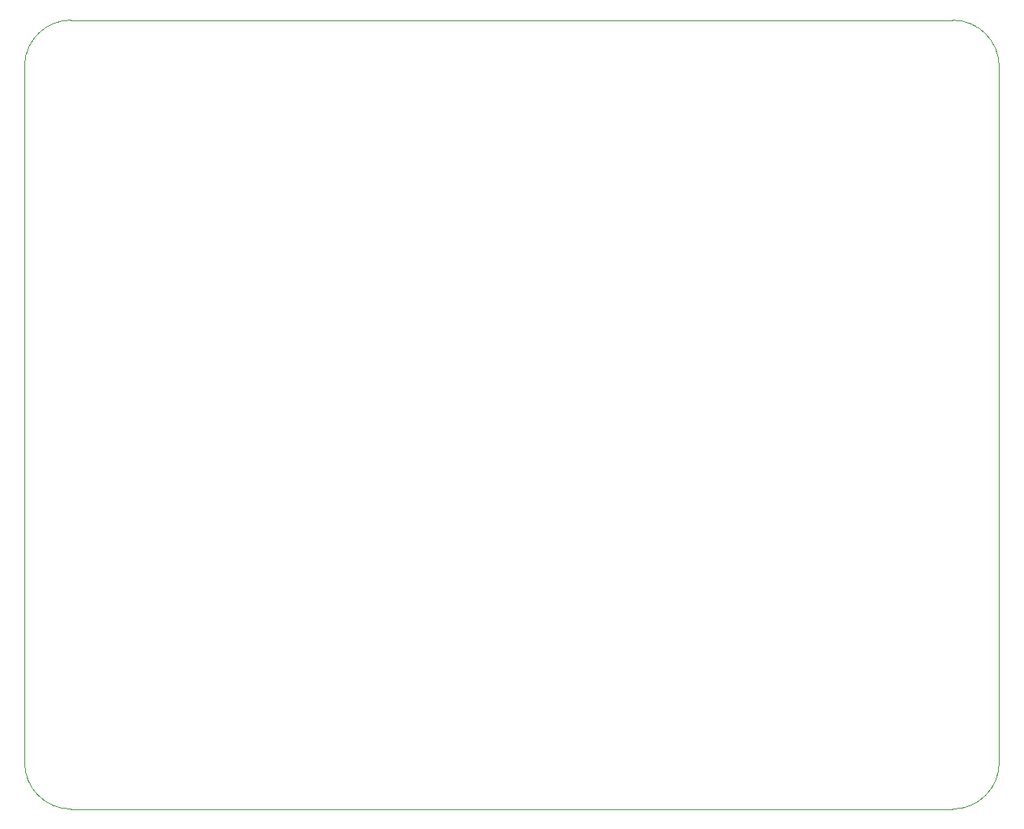
<source format=gbr>
%TF.GenerationSoftware,KiCad,Pcbnew,(6.0.0-rc1-314-g10be483430)*%
%TF.CreationDate,2021-12-21T20:43:16+01:00*%
%TF.ProjectId,ma12070p_amp_v1,6d613132-3037-4307-905f-616d705f7631,rev?*%
%TF.SameCoordinates,Original*%
%TF.FileFunction,Profile,NP*%
%FSLAX45Y45*%
G04 Gerber Fmt 4.5, Leading zero omitted, Abs format (unit mm)*
G04 Created by KiCad (PCBNEW (6.0.0-rc1-314-g10be483430)) date 2021-12-21 20:43:16*
%MOMM*%
%LPD*%
G01*
G04 APERTURE LIST*
%TA.AperFunction,Profile*%
%ADD10C,0.050000*%
%TD*%
G04 APERTURE END LIST*
D10*
X21500000Y-4700000D02*
G75*
G03*
X21000000Y-4200000I-500000J0D01*
G01*
X21000000Y-12700000D02*
G75*
G03*
X21500000Y-12200000I0J500000D01*
G01*
X11000000Y-12200000D02*
G75*
G03*
X11500000Y-12700000I500000J0D01*
G01*
X11500000Y-4199375D02*
G75*
G03*
X11000000Y-4675000I0J-500625D01*
G01*
X11000000Y-12200000D02*
X11000000Y-4675000D01*
X21000000Y-12700000D02*
X11500000Y-12700000D01*
X21500000Y-4700000D02*
X21500000Y-12200000D01*
X11500000Y-4199375D02*
X21000000Y-4200000D01*
M02*

</source>
